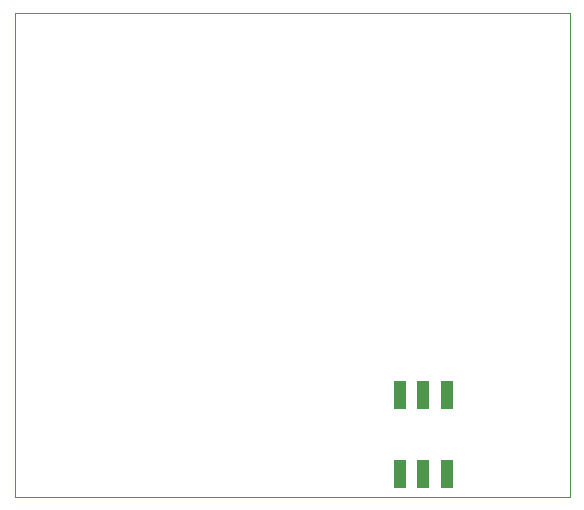
<source format=gtp>
%TF.GenerationSoftware,KiCad,Pcbnew,(6.0.7)*%
%TF.CreationDate,2022-08-25T15:43:46-04:00*%
%TF.ProjectId,chiller_interlock,6368696c-6c65-4725-9f69-6e7465726c6f,rev?*%
%TF.SameCoordinates,Original*%
%TF.FileFunction,Paste,Top*%
%TF.FilePolarity,Positive*%
%FSLAX46Y46*%
G04 Gerber Fmt 4.6, Leading zero omitted, Abs format (unit mm)*
G04 Created by KiCad (PCBNEW (6.0.7)) date 2022-08-25 15:43:46*
%MOMM*%
%LPD*%
G01*
G04 APERTURE LIST*
%TA.AperFunction,Profile*%
%ADD10C,0.100000*%
%TD*%
%ADD11R,1.000000X2.350000*%
G04 APERTURE END LIST*
D10*
X168000000Y-91000000D02*
X215000000Y-91000000D01*
X215000000Y-50000000D02*
X168000000Y-50000000D01*
X168000000Y-50000000D02*
X168000000Y-91000000D01*
X215000000Y-91000000D02*
X215000000Y-50000000D01*
D11*
%TO.C,SW1*%
X204600000Y-82375000D03*
X202600000Y-82375000D03*
X200600000Y-82375000D03*
X204600000Y-89025000D03*
X202600000Y-89025000D03*
X200600000Y-89025000D03*
%TD*%
M02*

</source>
